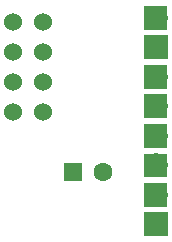
<source format=gtl>
G04 #@! TF.GenerationSoftware,KiCad,Pcbnew,(5.1.2)-2*
G04 #@! TF.CreationDate,2019-10-27T10:23:34-10:00*
G04 #@! TF.ProjectId,nrf24,6e726632-342e-46b6-9963-61645f706362,rev?*
G04 #@! TF.SameCoordinates,Original*
G04 #@! TF.FileFunction,Copper,L1,Top*
G04 #@! TF.FilePolarity,Positive*
%FSLAX45Y45*%
G04 Gerber Fmt 4.5, Leading zero omitted, Abs format (unit mm)*
G04 Created by KiCad (PCBNEW (5.1.2)-2) date 2019-10-27 10:23:34*
%MOMM*%
%LPD*%
G04 APERTURE LIST*
%ADD10R,2.000000X2.000000*%
%ADD11C,2.000000*%
%ADD12C,0.100000*%
%ADD13C,1.524000*%
%ADD14R,1.600000X1.600000*%
%ADD15C,1.600000*%
G04 APERTURE END LIST*
D10*
X13144500Y-8060500D03*
D11*
X13144500Y-7810500D03*
D12*
G36*
X13244500Y-7910500D02*
G01*
X13044500Y-7910500D01*
X13044500Y-7710500D01*
X13244500Y-7710500D01*
X13244500Y-7910500D01*
X13244500Y-7910500D01*
G37*
D11*
X13144500Y-7560500D03*
D12*
G36*
X13244500Y-7660500D02*
G01*
X13044500Y-7660500D01*
X13044500Y-7460500D01*
X13244500Y-7460500D01*
X13244500Y-7660500D01*
X13244500Y-7660500D01*
G37*
D11*
X13144500Y-7310500D03*
D12*
G36*
X13244500Y-7410500D02*
G01*
X13044500Y-7410500D01*
X13044500Y-7210500D01*
X13244500Y-7210500D01*
X13244500Y-7410500D01*
X13244500Y-7410500D01*
G37*
D11*
X13144500Y-7060500D03*
D12*
G36*
X13244500Y-7160500D02*
G01*
X13044500Y-7160500D01*
X13044500Y-6960500D01*
X13244500Y-6960500D01*
X13244500Y-7160500D01*
X13244500Y-7160500D01*
G37*
D11*
X13144500Y-6810500D03*
D12*
G36*
X13244500Y-6910500D02*
G01*
X13044500Y-6910500D01*
X13044500Y-6710500D01*
X13244500Y-6710500D01*
X13244500Y-6910500D01*
X13244500Y-6910500D01*
G37*
D10*
X13144500Y-6560500D03*
D11*
X13144500Y-6310500D03*
D12*
G36*
X13244500Y-6410500D02*
G01*
X13044500Y-6410500D01*
X13044500Y-6210500D01*
X13244500Y-6210500D01*
X13244500Y-6410500D01*
X13244500Y-6410500D01*
G37*
D13*
X12192000Y-7112000D03*
X12192000Y-6858000D03*
X12192000Y-6604000D03*
X12192000Y-6350000D03*
X11938000Y-6350000D03*
X11938000Y-6604000D03*
X11938000Y-6858000D03*
X11938000Y-7112000D03*
D14*
X12446000Y-7620000D03*
D15*
X12696000Y-7620000D03*
M02*

</source>
